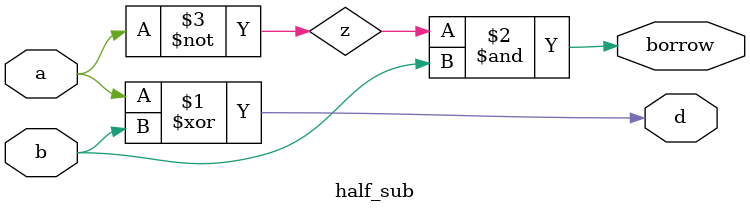
<source format=v>
module half_sub(
    input a, b,
    output d, borrow
);
    wire z;

    xor x1(d, a, b);
    not n1(z, a);
    and a1(borrow, z, b);
endmodule

</source>
